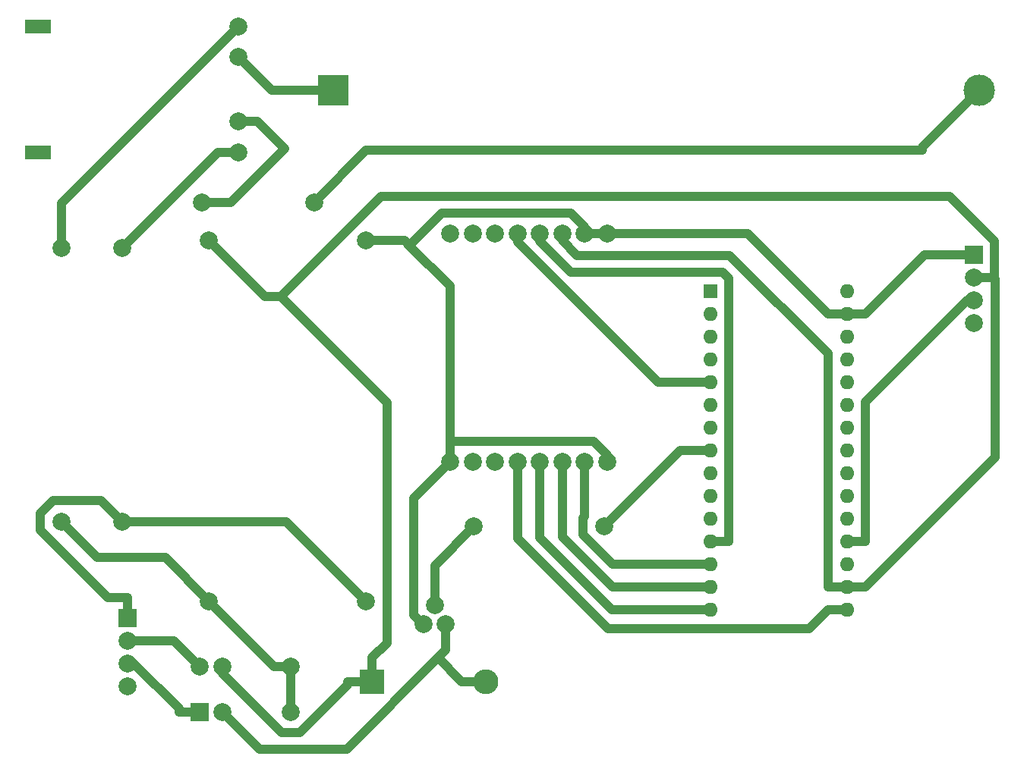
<source format=gbr>
%TF.GenerationSoftware,KiCad,Pcbnew,8.0.0*%
%TF.CreationDate,2024-04-01T01:39:54+02:00*%
%TF.ProjectId,smartSensor,736d6172-7453-4656-9e73-6f722e6b6963,rev?*%
%TF.SameCoordinates,Original*%
%TF.FileFunction,Copper,L2,Bot*%
%TF.FilePolarity,Positive*%
%FSLAX46Y46*%
G04 Gerber Fmt 4.6, Leading zero omitted, Abs format (unit mm)*
G04 Created by KiCad (PCBNEW 8.0.0) date 2024-04-01 01:39:54*
%MOMM*%
%LPD*%
G01*
G04 APERTURE LIST*
%TA.AperFunction,ComponentPad*%
%ADD10R,3.000000X1.500000*%
%TD*%
%TA.AperFunction,ComponentPad*%
%ADD11C,2.000000*%
%TD*%
%TA.AperFunction,ComponentPad*%
%ADD12R,2.000000X2.000000*%
%TD*%
%TA.AperFunction,ComponentPad*%
%ADD13R,1.600000X1.600000*%
%TD*%
%TA.AperFunction,ComponentPad*%
%ADD14O,1.600000X1.600000*%
%TD*%
%TA.AperFunction,ComponentPad*%
%ADD15R,3.500000X3.500000*%
%TD*%
%TA.AperFunction,ComponentPad*%
%ADD16C,3.500000*%
%TD*%
%TA.AperFunction,ComponentPad*%
%ADD17R,2.800000X2.800000*%
%TD*%
%TA.AperFunction,ComponentPad*%
%ADD18O,2.800000X2.800000*%
%TD*%
%TA.AperFunction,Conductor*%
%ADD19C,1.000000*%
%TD*%
%TA.AperFunction,Conductor*%
%ADD20C,0.200000*%
%TD*%
G04 APERTURE END LIST*
D10*
%TO.P,battery_charger,1,+*%
%TO.N,unconnected-(battery_charger1-+-Pad1)*%
X64010000Y-64900000D03*
%TO.P,battery_charger,2,-*%
%TO.N,unconnected-(battery_charger1---Pad2)*%
X64010000Y-78900000D03*
D11*
%TO.P,battery_charger,3,OUT+*%
%TO.N,Net-(battery_charger1-OUT+)*%
X86410000Y-64900000D03*
%TO.P,battery_charger,4,B+*%
%TO.N,Net-(B18650-+)*%
X86410000Y-68280000D03*
%TO.P,battery_charger,5,B-*%
%TO.N,Net-(battery_charger1-B-)*%
X86410000Y-75480000D03*
%TO.P,battery_charger,6,OUT-*%
%TO.N,Net-(battery_charger1-OUT-)*%
X86410000Y-78890000D03*
%TD*%
%TO.P,12V_to_3.3V,1,IN+*%
%TO.N,Net-(12V_to_3.3V1-IN+)*%
X83100000Y-129040000D03*
%TO.P,12V_to_3.3V,2,IN-*%
%TO.N,Net-(12V_to_3.3V1-IN-)*%
X100600000Y-129040000D03*
%TO.P,12V_to_3.3V,3,OUT+*%
%TO.N,Net-(12V_to_3.3V1-OUT+)*%
X83100000Y-88760000D03*
%TO.P,12V_to_3.3V,4,OUT-*%
%TO.N,Net-(12V_to_3.3V1-OUT-)*%
X100600000Y-88760000D03*
%TD*%
%TO.P,battery_to_12V1,1,VOUT+*%
%TO.N,Net-(12V_to_3.3V1-IN+)*%
X66620000Y-120110000D03*
%TO.P,battery_to_12V1,2,VOUT-*%
%TO.N,Net-(12V_to_3.3V1-IN-)*%
X73390000Y-120110000D03*
%TO.P,battery_to_12V1,3,VIN+*%
%TO.N,Net-(battery_charger1-OUT+)*%
X66690000Y-89610000D03*
%TO.P,battery_to_12V1,4,VIN-*%
%TO.N,Net-(battery_charger1-OUT-)*%
X73390000Y-89610000D03*
%TD*%
%TO.P,S9013,1,E*%
%TO.N,Net-(12V_to_3.3V1-OUT-)*%
X107000000Y-131600000D03*
%TO.P,S9013,2,B*%
%TO.N,Net-(S8050-B)*%
X108270000Y-129500000D03*
%TO.P,S9013,3,C*%
%TO.N,Net-(M4007-A)*%
X109500000Y-131600000D03*
%TD*%
%TO.P,2 Ohm,1*%
%TO.N,Net-(battery_charger1-B-)*%
X82310000Y-84510000D03*
%TO.P,2 Ohm,2*%
%TO.N,Net-(B18650--)*%
X94810000Y-84510000D03*
%TD*%
D12*
%TO.P,BeFlE,1,GND*%
%TO.N,Net-(12V_to_3.3V1-OUT-)*%
X168400000Y-90380000D03*
D11*
%TO.P,BeFlE,2,3V3*%
%TO.N,Net-(12V_to_3.3V1-OUT+)*%
X168400000Y-92920000D03*
%TO.P,BeFlE,3,A0*%
%TO.N,Net-(Arduino_Sensor1-A0)*%
X168400000Y-95460000D03*
%TO.P,BeFlE,4,empty*%
%TO.N,unconnected-(BeFlE1-empty-Pad4)*%
X168400000Y-98000000D03*
%TD*%
D13*
%TO.P,Arduino_Sensor1,1,D1/TX*%
%TO.N,unconnected-(Arduino_Sensor1-D1{slash}TX-Pad1)*%
X139000000Y-94380000D03*
D14*
%TO.P,Arduino_Sensor1,2,D0/RX*%
%TO.N,unconnected-(Arduino_Sensor1-D0{slash}RX-Pad2)*%
X139000000Y-96920000D03*
%TO.P,Arduino_Sensor1,3,~{RESET}*%
%TO.N,unconnected-(Arduino_Sensor1-~{RESET}-Pad3)*%
X139000000Y-99460000D03*
%TO.P,Arduino_Sensor1,4,GND*%
%TO.N,unconnected-(Arduino_Sensor1-GND-Pad4)*%
X139000000Y-102000000D03*
%TO.P,Arduino_Sensor1,5,D2*%
%TO.N,Net-(Arduino_Sensor1-D2)*%
X139000000Y-104540000D03*
%TO.P,Arduino_Sensor1,6,D3*%
%TO.N,unconnected-(Arduino_Sensor1-D3-Pad6)*%
X139000000Y-107080000D03*
%TO.P,Arduino_Sensor1,7,D4*%
%TO.N,unconnected-(Arduino_Sensor1-D4-Pad7)*%
X139000000Y-109620000D03*
%TO.P,Arduino_Sensor1,8,D5*%
%TO.N,Net-(Arduino_Sensor1-D5)*%
X139000000Y-112160000D03*
%TO.P,Arduino_Sensor1,9,D6*%
%TO.N,unconnected-(Arduino_Sensor1-D6-Pad9)*%
X139000000Y-114700000D03*
%TO.P,Arduino_Sensor1,10,D7*%
%TO.N,unconnected-(Arduino_Sensor1-D7-Pad10)*%
X139000000Y-117240000D03*
%TO.P,Arduino_Sensor1,11,D8*%
%TO.N,unconnected-(Arduino_Sensor1-D8-Pad11)*%
X139000000Y-119780000D03*
%TO.P,Arduino_Sensor1,12,D9*%
%TO.N,Net-(Arduino_Sensor1-D9)*%
X139000000Y-122320000D03*
%TO.P,Arduino_Sensor1,13,D10*%
%TO.N,Net-(Arduino_Sensor1-D10)*%
X139000000Y-124860000D03*
%TO.P,Arduino_Sensor1,14,D11*%
%TO.N,Net-(Arduino_Sensor1-D11)*%
X139000000Y-127400000D03*
%TO.P,Arduino_Sensor1,15,D12*%
%TO.N,Net-(Arduino_Sensor1-D12)*%
X139000000Y-129940000D03*
%TO.P,Arduino_Sensor1,16,D13*%
%TO.N,Net-(Arduino_Sensor1-D13)*%
X154240000Y-129940000D03*
%TO.P,Arduino_Sensor1,17,3V3*%
%TO.N,Net-(12V_to_3.3V1-OUT+)*%
X154240000Y-127400000D03*
%TO.P,Arduino_Sensor1,18,AREF*%
%TO.N,unconnected-(Arduino_Sensor1-AREF-Pad18)*%
X154240000Y-124860000D03*
%TO.P,Arduino_Sensor1,19,A0*%
%TO.N,Net-(Arduino_Sensor1-A0)*%
X154240000Y-122320000D03*
%TO.P,Arduino_Sensor1,20,A1*%
%TO.N,unconnected-(Arduino_Sensor1-A1-Pad20)*%
X154240000Y-119780000D03*
%TO.P,Arduino_Sensor1,21,A2*%
%TO.N,unconnected-(Arduino_Sensor1-A2-Pad21)*%
X154240000Y-117240000D03*
%TO.P,Arduino_Sensor1,22,A3*%
%TO.N,unconnected-(Arduino_Sensor1-A3-Pad22)*%
X154240000Y-114700000D03*
%TO.P,Arduino_Sensor1,23,A4*%
%TO.N,unconnected-(Arduino_Sensor1-A4-Pad23)*%
X154240000Y-112160000D03*
%TO.P,Arduino_Sensor1,24,A5*%
%TO.N,unconnected-(Arduino_Sensor1-A5-Pad24)*%
X154240000Y-109620000D03*
%TO.P,Arduino_Sensor1,25,A6*%
%TO.N,unconnected-(Arduino_Sensor1-A6-Pad25)*%
X154240000Y-107080000D03*
%TO.P,Arduino_Sensor1,26,A7*%
%TO.N,unconnected-(Arduino_Sensor1-A7-Pad26)*%
X154240000Y-104540000D03*
%TO.P,Arduino_Sensor1,27,+5V*%
%TO.N,unconnected-(Arduino_Sensor1-+5V-Pad27)*%
X154240000Y-102000000D03*
%TO.P,Arduino_Sensor1,28,~{RESET}*%
%TO.N,unconnected-(Arduino_Sensor1-~{RESET}-Pad28)*%
X154240000Y-99460000D03*
%TO.P,Arduino_Sensor1,29,GND*%
%TO.N,Net-(12V_to_3.3V1-OUT-)*%
X154240000Y-96920000D03*
%TO.P,Arduino_Sensor1,30,VIN*%
%TO.N,unconnected-(Arduino_Sensor1-VIN-Pad30)*%
X154240000Y-94380000D03*
%TD*%
D15*
%TO.P,Battery 18650,1,+*%
%TO.N,Net-(B18650-+)*%
X97000000Y-72000000D03*
D16*
%TO.P,Battery 18650,2,-*%
%TO.N,Net-(B18650--)*%
X169000000Y-72000000D03*
%TD*%
D11*
%TO.P,1K Ohm,1*%
%TO.N,Net-(S8050-B)*%
X112650000Y-120640000D03*
%TO.P,1K Ohm,2*%
%TO.N,Net-(Arduino_Sensor1-D5)*%
X127150000Y-120640000D03*
%TD*%
D12*
%TO.P,motorvalve,1,GND*%
%TO.N,Net-(12V_to_3.3V1-IN-)*%
X74000000Y-130920000D03*
D11*
%TO.P,motorvalve,2,open_12V*%
%TO.N,Net-(motorvalve1-open_12V)*%
X74000000Y-133460000D03*
%TO.P,motorvalve,3,close_12V*%
%TO.N,Net-(motorvalve1-close_12V)*%
X74000000Y-136000000D03*
%TO.P,motorvalve,4,empty*%
%TO.N,unconnected-(motorvalve1-empty-Pad4)*%
X74000000Y-138540000D03*
%TD*%
D12*
%TO.P,K1,1*%
%TO.N,Net-(motorvalve1-close_12V)*%
X82042500Y-141407500D03*
D11*
%TO.P,K1,2*%
%TO.N,Net-(M4007-A)*%
X84582500Y-141407500D03*
%TO.P,K1,5*%
%TO.N,Net-(12V_to_3.3V1-IN+)*%
X92202500Y-141407500D03*
%TO.P,K1,6*%
X92202500Y-136327500D03*
%TO.P,K1,9*%
%TO.N,Net-(12V_to_3.3V1-OUT+)*%
X84582500Y-136327500D03*
%TO.P,K1,10*%
%TO.N,Net-(motorvalve1-open_12V)*%
X82042500Y-136327500D03*
%TD*%
%TO.P,U1,1,GND*%
%TO.N,Net-(12V_to_3.3V1-OUT-)*%
X127500000Y-88000000D03*
%TO.P,U1,2,GND*%
X125000000Y-88000000D03*
%TO.P,U1,3,VDD*%
%TO.N,Net-(12V_to_3.3V1-OUT+)*%
X122500000Y-88000000D03*
%TO.P,U1,4,~{RESET}*%
%TO.N,Net-(Arduino_Sensor1-D9)*%
X120000000Y-88000000D03*
%TO.P,U1,5,DIO0*%
%TO.N,Net-(Arduino_Sensor1-D2)*%
X117500000Y-88000000D03*
%TO.P,U1,6,DIO1*%
%TO.N,unconnected-(U1-DIO1-Pad6)*%
X115000000Y-88000000D03*
%TO.P,U1,7,DIO2*%
%TO.N,unconnected-(U1-DIO2-Pad7)*%
X112500000Y-88000000D03*
%TO.P,U1,8,DIO3*%
%TO.N,unconnected-(U1-DIO3-Pad8)*%
X110000000Y-88000000D03*
%TO.P,U1,9,GND*%
%TO.N,Net-(12V_to_3.3V1-OUT-)*%
X110000000Y-113500000D03*
%TO.P,U1,10,DIO4*%
%TO.N,unconnected-(U1-DIO4-Pad10)*%
X112500000Y-113500000D03*
%TO.P,U1,11,DIO5*%
%TO.N,unconnected-(U1-DIO5-Pad11)*%
X115000000Y-113500000D03*
%TO.P,U1,12,SCK*%
%TO.N,Net-(Arduino_Sensor1-D13)*%
X117500000Y-113500000D03*
%TO.P,U1,13,MISO*%
%TO.N,Net-(Arduino_Sensor1-D12)*%
X120000000Y-113500000D03*
%TO.P,U1,14,MOSI*%
%TO.N,Net-(Arduino_Sensor1-D11)*%
X122500000Y-113500000D03*
%TO.P,U1,15,~{NSS}*%
%TO.N,Net-(Arduino_Sensor1-D10)*%
X125000000Y-113500000D03*
%TO.P,U1,16,GND*%
%TO.N,Net-(12V_to_3.3V1-OUT-)*%
X127500000Y-113500000D03*
%TD*%
D17*
%TO.P,M4007,1,K*%
%TO.N,Net-(12V_to_3.3V1-OUT+)*%
X101300000Y-138000000D03*
D18*
%TO.P,M4007,2,A*%
%TO.N,Net-(M4007-A)*%
X114000000Y-138000000D03*
%TD*%
D19*
%TO.N,Net-(Arduino_Sensor1-D13)*%
X117500000Y-113500000D02*
X117500000Y-121978700D01*
X150031100Y-132047200D02*
X152138300Y-129940000D01*
X154240000Y-129940000D02*
X152138300Y-129940000D01*
X127568500Y-132047200D02*
X150031100Y-132047200D01*
X117500000Y-121978700D02*
X127568500Y-132047200D01*
%TO.N,Net-(Arduino_Sensor1-A0)*%
X154240000Y-122320000D02*
X156341700Y-122320000D01*
X156341700Y-106775400D02*
X167657100Y-95460000D01*
X167657100Y-95460000D02*
X168400000Y-95460000D01*
X156341700Y-122320000D02*
X156341700Y-106775400D01*
%TO.N,Net-(12V_to_3.3V1-OUT+)*%
X152138300Y-101345700D02*
X141181700Y-90389100D01*
X170720100Y-88782100D02*
X165734300Y-83796300D01*
X89344400Y-95004400D02*
X83100000Y-88760000D01*
X101300000Y-138000000D02*
X98598300Y-138000000D01*
X170794300Y-93014300D02*
X170794300Y-112947400D01*
X170700000Y-92920000D02*
X170794300Y-93014300D01*
X102932800Y-133665500D02*
X101300000Y-135298300D01*
X170700000Y-92920000D02*
X170720100Y-92899900D01*
X102290300Y-83796300D02*
X91082200Y-95004400D01*
X91082200Y-95004400D02*
X89344400Y-95004400D01*
X141181700Y-90389100D02*
X124129400Y-90389100D01*
X152138300Y-127400000D02*
X152138300Y-101345700D01*
X102932800Y-106855000D02*
X102932800Y-133665500D01*
X91202800Y-143720200D02*
X93215800Y-143720200D01*
X165734300Y-83796300D02*
X102290300Y-83796300D01*
X84582500Y-137099900D02*
X91202800Y-143720200D01*
X124129400Y-90389100D02*
X122500000Y-88759700D01*
X170794300Y-112947400D02*
X156341700Y-127400000D01*
X170720100Y-92899900D02*
X170720100Y-88782100D01*
X101300000Y-138000000D02*
X101300000Y-135298300D01*
X122500000Y-88759700D02*
X122500000Y-88000000D01*
X154240000Y-127400000D02*
X156341700Y-127400000D01*
X168400000Y-92920000D02*
X170700000Y-92920000D01*
X98598300Y-138337700D02*
X98598300Y-138000000D01*
X84582500Y-136327500D02*
X84582500Y-137099900D01*
X154240000Y-127400000D02*
X152138300Y-127400000D01*
X91082200Y-95004400D02*
X102932800Y-106855000D01*
X93215800Y-143720200D02*
X98598300Y-138337700D01*
%TO.N,Net-(Arduino_Sensor1-D2)*%
X133162500Y-104540000D02*
X117500000Y-88877500D01*
X139000000Y-104540000D02*
X133162500Y-104540000D01*
X117500000Y-88877500D02*
X117500000Y-88000000D01*
%TO.N,Net-(Arduino_Sensor1-D10)*%
X128103400Y-124860000D02*
X124800200Y-121556800D01*
X124800200Y-119734700D02*
X125000000Y-119534900D01*
X139000000Y-124860000D02*
X128103400Y-124860000D01*
X125000000Y-119534900D02*
X125000000Y-113500000D01*
X124800200Y-121556800D02*
X124800200Y-119734700D01*
%TO.N,Net-(Arduino_Sensor1-D9)*%
X139000000Y-122320000D02*
X141101700Y-122320000D01*
X140410700Y-92278300D02*
X123463900Y-92278300D01*
X120000000Y-88814400D02*
X120000000Y-88000000D01*
X141101700Y-92969300D02*
X140410700Y-92278300D01*
X141101700Y-122320000D02*
X141101700Y-92969300D01*
X123463900Y-92278300D02*
X120000000Y-88814400D01*
%TO.N,Net-(Arduino_Sensor1-D11)*%
X122500000Y-121818300D02*
X128081700Y-127400000D01*
X122500000Y-113500000D02*
X122500000Y-121818300D01*
X128081700Y-127400000D02*
X139000000Y-127400000D01*
%TO.N,Net-(12V_to_3.3V1-OUT-)*%
X104920100Y-88760000D02*
X105452500Y-89292400D01*
X110000000Y-111193800D02*
X126013900Y-111193800D01*
X162881700Y-90380000D02*
X168400000Y-90380000D01*
X110000000Y-113500000D02*
X105956700Y-117543300D01*
X143218300Y-88000000D02*
X127500000Y-88000000D01*
X153189200Y-96920000D02*
X154240000Y-96920000D01*
X125000000Y-87218800D02*
X123428400Y-85647200D01*
X125000000Y-88000000D02*
X125000000Y-87218800D01*
X105956700Y-130556700D02*
X107000000Y-131600000D01*
X105452500Y-89292400D02*
X110000000Y-93839900D01*
X125000000Y-88000000D02*
X127500000Y-88000000D01*
X127500000Y-112679900D02*
X127500000Y-113500000D01*
X154240000Y-96920000D02*
X156341700Y-96920000D01*
X153189200Y-96920000D02*
X152138300Y-96920000D01*
X152138300Y-96920000D02*
X143218300Y-88000000D01*
X109097700Y-85647200D02*
X105452500Y-89292400D01*
X100600000Y-88760000D02*
X104920100Y-88760000D01*
X126013900Y-111193800D02*
X127500000Y-112679900D01*
X110000000Y-93839900D02*
X110000000Y-111193800D01*
X105956700Y-117543300D02*
X105956700Y-130556700D01*
X123428400Y-85647200D02*
X109097700Y-85647200D01*
X110000000Y-111193800D02*
X110000000Y-113500000D01*
X156341700Y-96920000D02*
X162881700Y-90380000D01*
%TO.N,Net-(Arduino_Sensor1-D12)*%
X120000000Y-121895700D02*
X120000000Y-113500000D01*
X139000000Y-129940000D02*
X128044300Y-129940000D01*
X128044300Y-129940000D02*
X120000000Y-121895700D01*
%TO.N,Net-(B18650--)*%
X94810000Y-84510000D02*
X100630000Y-78690000D01*
X100630000Y-78690000D02*
X162690000Y-78690000D01*
D20*
X162690000Y-78690000D02*
X162690000Y-78310000D01*
D19*
X162690000Y-78310000D02*
X169000000Y-72000000D01*
%TO.N,Net-(B18650-+)*%
X97000000Y-72000000D02*
X90130000Y-72000000D01*
X90130000Y-72000000D02*
X86410000Y-68280000D01*
%TO.N,Net-(motorvalve1-close_12V)*%
X79740800Y-141016000D02*
X74724800Y-136000000D01*
X79740800Y-141407500D02*
X79740800Y-141016000D01*
X82042500Y-141407500D02*
X79740800Y-141407500D01*
X74724800Y-136000000D02*
X74000000Y-136000000D01*
%TO.N,Net-(Arduino_Sensor1-D5)*%
X135630000Y-112160000D02*
X139000000Y-112160000D01*
X127150000Y-120640000D02*
X135630000Y-112160000D01*
%TO.N,Net-(12V_to_3.3V1-IN+)*%
X90387500Y-136327500D02*
X92202500Y-136327500D01*
X78210000Y-124150000D02*
X83100000Y-129040000D01*
X66620000Y-120110000D02*
X70660000Y-124150000D01*
X70660000Y-124150000D02*
X78210000Y-124150000D01*
X92202500Y-141407500D02*
X92202500Y-136327500D01*
X83100000Y-129040000D02*
X90387500Y-136327500D01*
%TO.N,Net-(motorvalve1-open_12V)*%
X79175000Y-133460000D02*
X74000000Y-133460000D01*
X82042500Y-136327500D02*
X79175000Y-133460000D01*
%TO.N,Net-(M4007-A)*%
X109500000Y-134482900D02*
X109500000Y-131600000D01*
X84582500Y-141407500D02*
X88707900Y-145532900D01*
X98450000Y-145532900D02*
X108640600Y-135342300D01*
X114000000Y-138000000D02*
X111298300Y-138000000D01*
X88707900Y-145532900D02*
X98450000Y-145532900D01*
X111298300Y-138000000D02*
X108640600Y-135342300D01*
X108640600Y-135342300D02*
X109500000Y-134482900D01*
%TO.N,Net-(S8050-B)*%
X108270000Y-125020000D02*
X112650000Y-120640000D01*
X108270000Y-129500000D02*
X108270000Y-125020000D01*
%TO.N,Net-(12V_to_3.3V1-IN-)*%
X71040000Y-117760000D02*
X73390000Y-120110000D01*
X73390000Y-120110000D02*
X91670000Y-120110000D01*
X64277900Y-121071900D02*
X64277900Y-119181500D01*
X91670000Y-120110000D02*
X100600000Y-129040000D01*
X74000000Y-128618300D02*
X71824300Y-128618300D01*
X65699400Y-117760000D02*
X71040000Y-117760000D01*
X64277900Y-119181500D02*
X65699400Y-117760000D01*
X71824300Y-128618300D02*
X64277900Y-121071900D01*
X74000000Y-130920000D02*
X74000000Y-128618300D01*
%TO.N,Net-(battery_charger1-OUT-)*%
X86410000Y-78890000D02*
X84110000Y-78890000D01*
X84110000Y-78890000D02*
X73390000Y-89610000D01*
%TO.N,Net-(battery_charger1-OUT+)*%
X86410000Y-64900000D02*
X66690000Y-84620000D01*
X66690000Y-84620000D02*
X66690000Y-89610000D01*
%TO.N,Net-(battery_charger1-B-)*%
X86410000Y-75480000D02*
X88480000Y-75480000D01*
X85490000Y-84510000D02*
X82310000Y-84510000D01*
X88480000Y-75480000D02*
X91500000Y-78500000D01*
X91500000Y-78500000D02*
X85490000Y-84510000D01*
%TD*%
M02*

</source>
